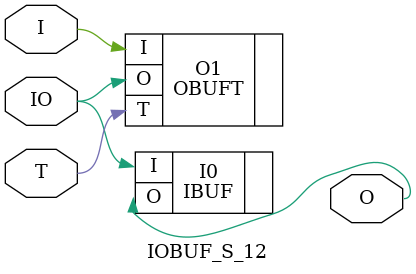
<source format=v>


`timescale  1 ps / 1 ps


module IOBUF_S_12 (O, IO, I, T);

    output O;

    inout  IO;

    input  I, T;

        OBUFT #( .SLEW("SLOW"), .DRIVE(12)) O1 (.O(IO), .I(I), .T(T)); 
	IBUF #(.IOSTANDARD("DEFAULT"))  I0 (.O(O), .I(IO));
        

endmodule



</source>
